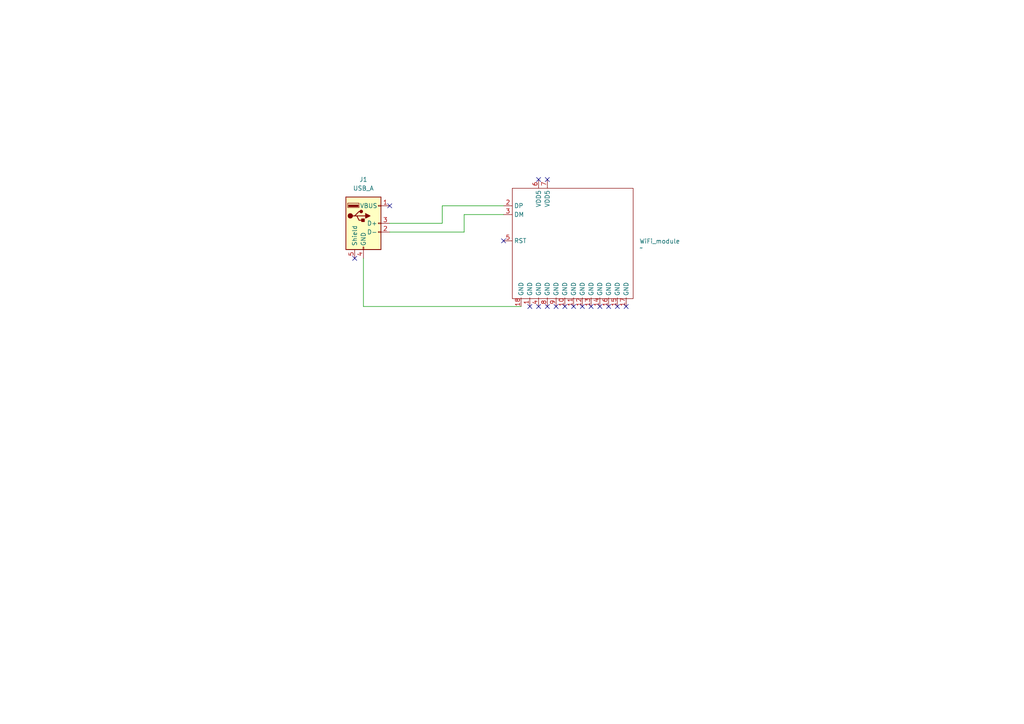
<source format=kicad_sch>
(kicad_sch (version 20250114) (generator "eeschema") (generator_version "9.0")
  (paper "A4")
  (lib_symbols
    (symbol "Connector:USB_A" (pin_names (offset 1.016))
      (property "Reference" "J" (at -5.08 11.43 0))
      (property "Value" "USB_A" (at -5.08 8.89 0))
      (symbol "USB_A_0_1"
        (rectangle (start -5.08 -7.62) (end 5.08 7.62) (stroke (width 0.254)) (fill (type background)))
        (circle (center -3.81 2.159) (radius 0.635) (stroke (width 0.254)) (fill (type outline)))
        (polyline (pts (xy -3.175 2.159) (xy -2.54 2.159) (xy -1.27 3.429) (xy -0.635 3.429)) (stroke (width 0.254)))
        (polyline (pts (xy -2.54 2.159) (xy -1.905 2.159) (xy -1.27 0.889) (xy 0 0.889)) (stroke (width 0.254)))
        (rectangle (start -1.524 4.826) (end -4.318 5.334) (fill (type outline)))
        (rectangle (start -1.27 4.572) (end -4.572 5.842))
        (circle (center -0.635 3.429) (radius 0.381) (stroke (width 0.254)) (fill (type outline)))
        (rectangle (start -0.127 -7.62) (end 0.127 -6.858))
        (rectangle (start 0.254 1.27) (end -0.508 0.508) (stroke (width 0.254)) (fill (type outline)))
        (polyline (pts (xy 0.635 2.794) (xy 0.635 1.524) (xy 1.905 2.159) (xy 0.635 2.794)) (stroke (width 0.254)) (fill (type outline)))
        (rectangle (start 5.08 4.953) (end 4.318 5.207))
        (rectangle (start 5.08 -0.127) (end 4.318 0.127))
        (rectangle (start 5.08 -2.667) (end 4.318 -2.413))
      )
      (symbol "USB_A_1_1"
        (polyline (pts (xy -1.905 2.159) (xy 0.635 2.159)) (stroke (width 0.254)))
        (pin passive line (at -2.54 -10.16 90) (length 2.54) (name "Shield") (number "5"))
        (pin power_in line (at 0 -10.16 90) (length 2.54) (name "GND") (number "4"))
        (pin power_in line (at 7.62 5.08 180) (length 2.54) (name "VBUS") (number "1"))
        (pin bidirectional line (at 7.62 0 180) (length 2.54) (name "D+") (number "3"))
        (pin bidirectional line (at 7.62 -2.54 180) (length 2.54) (name "D-") (number "2"))
      )
    )
    (symbol "WiFi_module:BL-M8812EU2"
      (property "Reference" "WiFi_module" (at 25.4 2.794 0))
      (symbol "BL-M8812EU2_0_1"
        (rectangle (start 0 0) (end 35.052 -32.004))
      )
      (symbol "BL-M8812EU2_1_1"
        (pin bidirectional line (at -2.54 -5.08 0) (length 2.54) (name "DP") (number "2"))
        (pin bidirectional line (at -2.54 -7.62 0) (length 2.54) (name "DM") (number "3"))
        (pin input line (at -2.54 -15.24 0) (length 2.54) (name "RST") (number "5"))
        (pin power_in line (at 2.54 -34.29 90) (length 2.54) (name "GND") (number "18"))
        (pin power_in line (at 5.08 -34.29 90) (length 2.54) (name "GND") (number "1"))
        (pin power_in line (at 7.62 2.54 270) (length 2.54) (name "VDD5") (number "6"))
        (pin power_in line (at 7.62 -34.29 90) (length 2.54) (name "GND") (number "4"))
        (pin power_in line (at 10.16 2.54 270) (length 2.54) (name "VDD5") (number "7"))
        (pin power_in line (at 10.16 -34.29 90) (length 2.54) (name "GND") (number "8"))
        (pin power_in line (at 12.7 -34.29 90) (length 2.54) (name "GND") (number "9"))
        (pin power_in line (at 15.24 -34.29 90) (length 2.54) (name "GND") (number "10"))
        (pin power_in line (at 17.78 -34.29 90) (length 2.54) (name "GND") (number "11"))
        (pin power_in line (at 20.32 -34.29 90) (length 2.54) (name "GND") (number "12"))
        (pin power_in line (at 22.86 -34.29 90) (length 2.54) (name "GND") (number "13"))
        (pin power_in line (at 25.4 -34.29 90) (length 2.54) (name "GND") (number "14"))
        (pin power_in line (at 27.94 -34.29 90) (length 2.54) (name "GND") (number "16"))
        (pin power_in line (at 30.48 -34.29 90) (length 2.54) (name "GND") (number "15"))
        (pin power_in line (at 33.02 -34.29 90) (length 2.54) (name "GND") (number "17"))
      )
    )
  )
  (no_connect (at 113.03 59.69))
  (no_connect (at 158.75 52.07))
  (no_connect (at 156.21 88.9))
  (no_connect (at 168.91 88.9))
  (no_connect (at 156.21 52.07))
  (no_connect (at 158.75 88.9))
  (no_connect (at 163.83 88.9))
  (no_connect (at 102.87 74.93))
  (no_connect (at 171.45 88.9))
  (no_connect (at 173.99 88.9))
  (no_connect (at 176.53 88.9))
  (no_connect (at 179.07 88.9))
  (no_connect (at 181.61 88.9))
  (no_connect (at 166.37 88.9))
  (no_connect (at 146.05 69.85))
  (no_connect (at 153.67 88.9))
  (no_connect (at 161.29 88.9))
  (wire (pts (xy 128.27 59.69) (xy 146.05 59.69)))
  (wire (pts (xy 128.27 64.77) (xy 128.27 59.69)))
  (wire (pts (xy 105.41 74.93) (xy 105.41 88.9)))
  (wire (pts (xy 113.03 67.31) (xy 134.62 67.31)))
  (wire (pts (xy 134.62 67.31) (xy 134.62 62.23)))
  (wire (pts (xy 134.62 62.23) (xy 146.05 62.23)))
  (wire (pts (xy 113.03 64.77) (xy 128.27 64.77)))
  (wire (pts (xy 105.41 88.9) (xy 151.13 88.9)))
  (symbol (lib_id "Connector:USB_A") (at 105.41 64.77 0) (unit 1)
    (property "Reference" "J1" (at 105.41 52.07 0))
    (property "Value" "USB_A" (at 105.41 54.61 0))
    (property "Description" "USB Type A connector" (effects (hide yes)))
  )
  (symbol (lib_id "WiFi_module:BL-M8812EU2") (at 148.59 54.61 0) (unit 1)
    (property "Reference" "WiFi_module" (at 185.42 69.9769 0) (effects (justify left)))
    (property "Value" "~" (at 185.42 71.882 0) (effects (justify left)))
    (property "Footprint" "BL-M8812EU2:BL-M8812EU2" (effects (hide yes)))
  )
)
</source>
